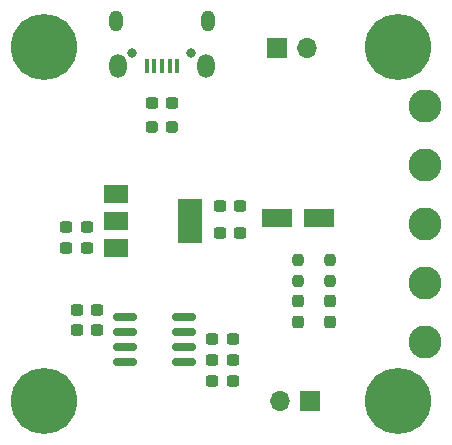
<source format=gbr>
%TF.GenerationSoftware,KiCad,Pcbnew,7.0.1*%
%TF.CreationDate,2023-05-14T20:32:12+02:00*%
%TF.ProjectId,adr4520_vref,61647234-3532-4305-9f76-7265662e6b69,rev?*%
%TF.SameCoordinates,Original*%
%TF.FileFunction,Soldermask,Top*%
%TF.FilePolarity,Negative*%
%FSLAX46Y46*%
G04 Gerber Fmt 4.6, Leading zero omitted, Abs format (unit mm)*
G04 Created by KiCad (PCBNEW 7.0.1) date 2023-05-14 20:32:12*
%MOMM*%
%LPD*%
G01*
G04 APERTURE LIST*
G04 Aperture macros list*
%AMRoundRect*
0 Rectangle with rounded corners*
0 $1 Rounding radius*
0 $2 $3 $4 $5 $6 $7 $8 $9 X,Y pos of 4 corners*
0 Add a 4 corners polygon primitive as box body*
4,1,4,$2,$3,$4,$5,$6,$7,$8,$9,$2,$3,0*
0 Add four circle primitives for the rounded corners*
1,1,$1+$1,$2,$3*
1,1,$1+$1,$4,$5*
1,1,$1+$1,$6,$7*
1,1,$1+$1,$8,$9*
0 Add four rect primitives between the rounded corners*
20,1,$1+$1,$2,$3,$4,$5,0*
20,1,$1+$1,$4,$5,$6,$7,0*
20,1,$1+$1,$6,$7,$8,$9,0*
20,1,$1+$1,$8,$9,$2,$3,0*%
G04 Aperture macros list end*
%ADD10R,1.700000X1.700000*%
%ADD11O,1.700000X1.700000*%
%ADD12C,5.600000*%
%ADD13RoundRect,0.237500X-0.300000X-0.237500X0.300000X-0.237500X0.300000X0.237500X-0.300000X0.237500X0*%
%ADD14RoundRect,0.237500X0.300000X0.237500X-0.300000X0.237500X-0.300000X-0.237500X0.300000X-0.237500X0*%
%ADD15C,2.800000*%
%ADD16RoundRect,0.237500X0.287500X0.237500X-0.287500X0.237500X-0.287500X-0.237500X0.287500X-0.237500X0*%
%ADD17RoundRect,0.237500X-0.237500X0.250000X-0.237500X-0.250000X0.237500X-0.250000X0.237500X0.250000X0*%
%ADD18RoundRect,0.150000X-0.825000X-0.150000X0.825000X-0.150000X0.825000X0.150000X-0.825000X0.150000X0*%
%ADD19RoundRect,0.250000X-1.050000X-0.550000X1.050000X-0.550000X1.050000X0.550000X-1.050000X0.550000X0*%
%ADD20O,0.800000X0.800000*%
%ADD21R,0.450000X1.300000*%
%ADD22O,1.150000X1.800000*%
%ADD23O,1.450000X2.000000*%
%ADD24RoundRect,0.237500X0.237500X-0.287500X0.237500X0.287500X-0.237500X0.287500X-0.237500X-0.287500X0*%
%ADD25R,2.000000X1.500000*%
%ADD26R,2.000000X3.800000*%
G04 APERTURE END LIST*
D10*
%TO.C,J2*%
X77540000Y-85000000D03*
D11*
X75000000Y-85000000D03*
%TD*%
D10*
%TO.C,J3*%
X74725000Y-55125000D03*
D11*
X77265000Y-55125000D03*
%TD*%
D12*
%TO.C,H3*%
X55000000Y-85000000D03*
%TD*%
D13*
%TO.C,C8*%
X56887500Y-72000000D03*
X58612500Y-72000000D03*
%TD*%
%TO.C,C2*%
X57775000Y-77250000D03*
X59500000Y-77250000D03*
%TD*%
D14*
%TO.C,C10*%
X71612500Y-70750000D03*
X69887500Y-70750000D03*
%TD*%
D15*
%TO.C,TP3*%
X87250000Y-60000000D03*
%TD*%
%TO.C,TP5*%
X87250000Y-70000000D03*
%TD*%
D14*
%TO.C,C9*%
X71612500Y-68500000D03*
X69887500Y-68500000D03*
%TD*%
D16*
%TO.C,L1*%
X65875000Y-61750000D03*
X64125000Y-61750000D03*
%TD*%
D17*
%TO.C,R1*%
X76500000Y-73000000D03*
X76500000Y-74825000D03*
%TD*%
D13*
%TO.C,C6*%
X69250000Y-83250000D03*
X70975000Y-83250000D03*
%TD*%
%TO.C,C3*%
X57775000Y-79000000D03*
X59500000Y-79000000D03*
%TD*%
D18*
%TO.C,U1*%
X61887500Y-77845000D03*
X61887500Y-79115000D03*
X61887500Y-80385000D03*
X61887500Y-81655000D03*
X66837500Y-81655000D03*
X66837500Y-80385000D03*
X66837500Y-79115000D03*
X66837500Y-77845000D03*
%TD*%
D13*
%TO.C,C5*%
X69250000Y-81500000D03*
X70975000Y-81500000D03*
%TD*%
D19*
%TO.C,C11*%
X74700000Y-69500000D03*
X78300000Y-69500000D03*
%TD*%
D12*
%TO.C,H2*%
X85000000Y-55000000D03*
%TD*%
D20*
%TO.C,J1*%
X67500000Y-55550000D03*
X62500000Y-55550000D03*
D21*
X66300000Y-56650000D03*
X65650000Y-56650000D03*
X65000000Y-56650000D03*
X64350000Y-56650000D03*
X63700000Y-56650000D03*
D22*
X68875000Y-52800000D03*
D23*
X68725000Y-56600000D03*
X61275000Y-56600000D03*
D22*
X61125000Y-52800000D03*
%TD*%
D15*
%TO.C,TP2*%
X87250000Y-75000000D03*
%TD*%
%TO.C,TP1*%
X87250000Y-80000000D03*
%TD*%
%TO.C,TP4*%
X87250000Y-65000000D03*
%TD*%
D13*
%TO.C,C4*%
X69250000Y-79750000D03*
X70975000Y-79750000D03*
%TD*%
D24*
%TO.C,D1*%
X76500000Y-78250000D03*
X76500000Y-76500000D03*
%TD*%
D13*
%TO.C,C7*%
X56887500Y-70250000D03*
X58612500Y-70250000D03*
%TD*%
D25*
%TO.C,U2*%
X61100000Y-67450000D03*
X61100000Y-69750000D03*
D26*
X67400000Y-69750000D03*
D25*
X61100000Y-72050000D03*
%TD*%
D24*
%TO.C,D2*%
X79250000Y-78250000D03*
X79250000Y-76500000D03*
%TD*%
D12*
%TO.C,H1*%
X55000000Y-55000000D03*
%TD*%
D13*
%TO.C,C1*%
X64137500Y-59750000D03*
X65862500Y-59750000D03*
%TD*%
D12*
%TO.C,H4*%
X85000000Y-85000000D03*
%TD*%
D17*
%TO.C,R2*%
X79250000Y-73000000D03*
X79250000Y-74825000D03*
%TD*%
M02*

</source>
